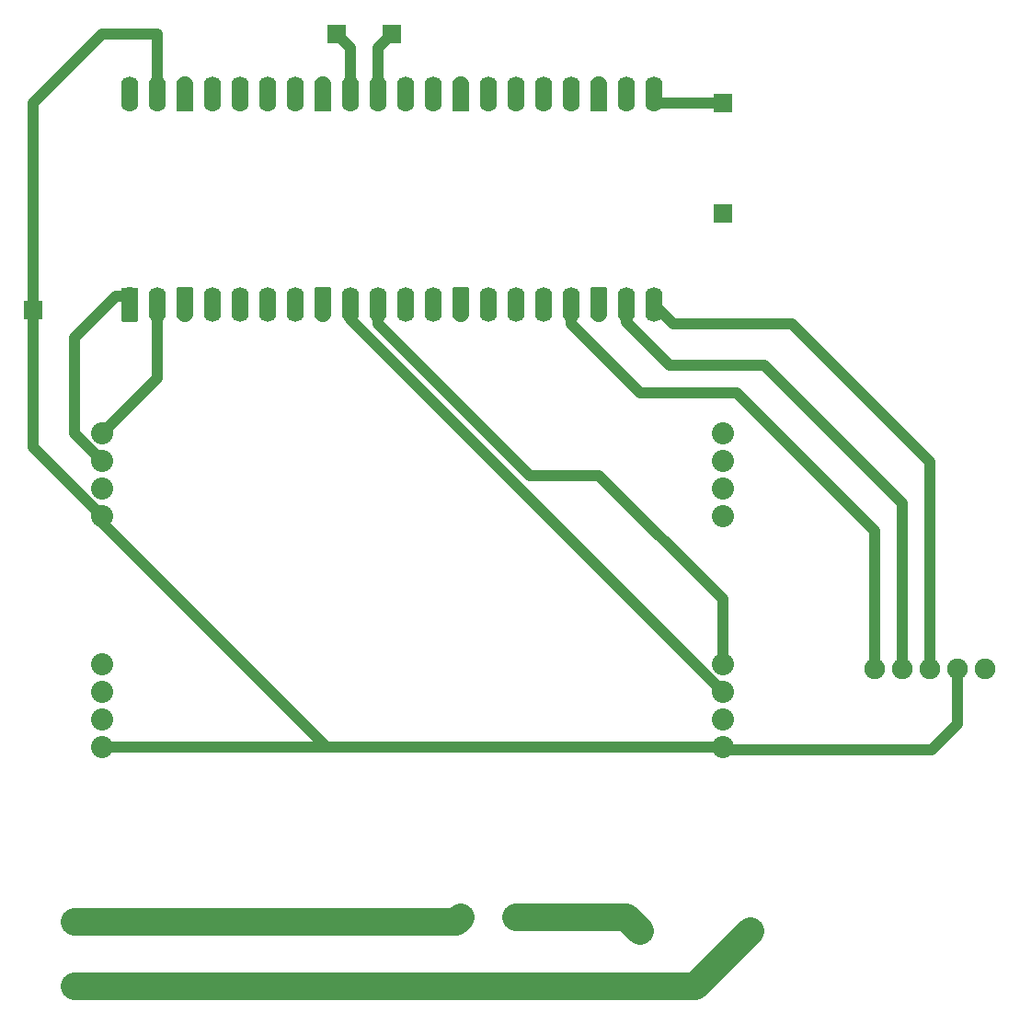
<source format=gtl>
%TF.GenerationSoftware,KiCad,Pcbnew,9.0.2*%
%TF.CreationDate,2025-06-21T00:54:49+02:00*%
%TF.ProjectId,schaltung_labor_netzteil_display,73636861-6c74-4756-9e67-5f6c61626f72,rev?*%
%TF.SameCoordinates,Original*%
%TF.FileFunction,Copper,L1,Top*%
%TF.FilePolarity,Positive*%
%FSLAX46Y46*%
G04 Gerber Fmt 4.6, Leading zero omitted, Abs format (unit mm)*
G04 Created by KiCad (PCBNEW 9.0.2) date 2025-06-21 00:54:49*
%MOMM*%
%LPD*%
G01*
G04 APERTURE LIST*
G04 Aperture macros list*
%AMRoundRect*
0 Rectangle with rounded corners*
0 $1 Rounding radius*
0 $2 $3 $4 $5 $6 $7 $8 $9 X,Y pos of 4 corners*
0 Add a 4 corners polygon primitive as box body*
4,1,4,$2,$3,$4,$5,$6,$7,$8,$9,$2,$3,0*
0 Add four circle primitives for the rounded corners*
1,1,$1+$1,$2,$3*
1,1,$1+$1,$4,$5*
1,1,$1+$1,$6,$7*
1,1,$1+$1,$8,$9*
0 Add four rect primitives between the rounded corners*
20,1,$1+$1,$2,$3,$4,$5,0*
20,1,$1+$1,$4,$5,$6,$7,0*
20,1,$1+$1,$6,$7,$8,$9,0*
20,1,$1+$1,$8,$9,$2,$3,0*%
%AMFreePoly0*
4,1,37,0.800000,0.796148,0.878414,0.796148,1.032228,0.765552,1.177117,0.705537,1.307515,0.618408,1.418408,0.507515,1.505537,0.377117,1.565552,0.232228,1.596148,0.078414,1.596148,-0.078414,1.565552,-0.232228,1.505537,-0.377117,1.418408,-0.507515,1.307515,-0.618408,1.177117,-0.705537,1.032228,-0.765552,0.878414,-0.796148,0.800000,-0.796148,0.800000,-0.800000,-1.400000,-0.800000,
-1.403843,-0.796157,-1.439018,-0.796157,-1.511114,-0.766294,-1.566294,-0.711114,-1.596157,-0.639018,-1.596157,-0.603843,-1.600000,-0.600000,-1.600000,0.600000,-1.596157,0.603843,-1.596157,0.639018,-1.566294,0.711114,-1.511114,0.766294,-1.439018,0.796157,-1.403843,0.796157,-1.400000,0.800000,0.800000,0.800000,0.800000,0.796148,0.800000,0.796148,$1*%
%AMFreePoly1*
4,1,37,1.403843,0.796157,1.439018,0.796157,1.511114,0.766294,1.566294,0.711114,1.596157,0.639018,1.596157,0.603843,1.600000,0.600000,1.600000,-0.600000,1.596157,-0.603843,1.596157,-0.639018,1.566294,-0.711114,1.511114,-0.766294,1.439018,-0.796157,1.403843,-0.796157,1.400000,-0.800000,-0.800000,-0.800000,-0.800000,-0.796148,-0.878414,-0.796148,-1.032228,-0.765552,-1.177117,-0.705537,
-1.307515,-0.618408,-1.418408,-0.507515,-1.505537,-0.377117,-1.565552,-0.232228,-1.596148,-0.078414,-1.596148,0.078414,-1.565552,0.232228,-1.505537,0.377117,-1.418408,0.507515,-1.307515,0.618408,-1.177117,0.705537,-1.032228,0.765552,-0.878414,0.796148,-0.800000,0.796148,-0.800000,0.800000,1.400000,0.800000,1.403843,0.796157,1.403843,0.796157,$1*%
%AMFreePoly2*
4,1,37,0.603843,0.796157,0.639018,0.796157,0.711114,0.766294,0.766294,0.711114,0.796157,0.639018,0.796157,0.603843,0.800000,0.600000,0.800000,-0.600000,0.796157,-0.603843,0.796157,-0.639018,0.766294,-0.711114,0.711114,-0.766294,0.639018,-0.796157,0.603843,-0.796157,0.600000,-0.800000,0.000000,-0.800000,0.000000,-0.796148,-0.078414,-0.796148,-0.232228,-0.765552,-0.377117,-0.705537,
-0.507515,-0.618408,-0.618408,-0.507515,-0.705537,-0.377117,-0.765552,-0.232228,-0.796148,-0.078414,-0.796148,0.078414,-0.765552,0.232228,-0.705537,0.377117,-0.618408,0.507515,-0.507515,0.618408,-0.377117,0.705537,-0.232228,0.765552,-0.078414,0.796148,0.000000,0.796148,0.000000,0.800000,0.600000,0.800000,0.603843,0.796157,0.603843,0.796157,$1*%
%AMFreePoly3*
4,1,37,0.000000,0.796148,0.078414,0.796148,0.232228,0.765552,0.377117,0.705537,0.507515,0.618408,0.618408,0.507515,0.705537,0.377117,0.765552,0.232228,0.796148,0.078414,0.796148,-0.078414,0.765552,-0.232228,0.705537,-0.377117,0.618408,-0.507515,0.507515,-0.618408,0.377117,-0.705537,0.232228,-0.765552,0.078414,-0.796148,0.000000,-0.796148,0.000000,-0.800000,-0.600000,-0.800000,
-0.603843,-0.796157,-0.639018,-0.796157,-0.711114,-0.766294,-0.766294,-0.711114,-0.796157,-0.639018,-0.796157,-0.603843,-0.800000,-0.600000,-0.800000,0.600000,-0.796157,0.603843,-0.796157,0.639018,-0.766294,0.711114,-0.711114,0.766294,-0.639018,0.796157,-0.603843,0.796157,-0.600000,0.800000,0.000000,0.800000,0.000000,0.796148,0.000000,0.796148,$1*%
G04 Aperture macros list end*
%TA.AperFunction,ComponentPad*%
%ADD10R,1.700000X1.700000*%
%TD*%
%TA.AperFunction,ComponentPad*%
%ADD11C,2.032000*%
%TD*%
%TA.AperFunction,ComponentPad*%
%ADD12C,1.900000*%
%TD*%
%TA.AperFunction,SMDPad,CuDef*%
%ADD13FreePoly0,90.000000*%
%TD*%
%TA.AperFunction,ComponentPad*%
%ADD14RoundRect,0.200000X0.600000X-0.600000X0.600000X0.600000X-0.600000X0.600000X-0.600000X-0.600000X0*%
%TD*%
%TA.AperFunction,SMDPad,CuDef*%
%ADD15RoundRect,0.800000X0.000010X-0.800000X0.000010X0.800000X-0.000010X0.800000X-0.000010X-0.800000X0*%
%TD*%
%TA.AperFunction,ComponentPad*%
%ADD16C,1.600000*%
%TD*%
%TA.AperFunction,SMDPad,CuDef*%
%ADD17FreePoly1,90.000000*%
%TD*%
%TA.AperFunction,ComponentPad*%
%ADD18FreePoly2,90.000000*%
%TD*%
%TA.AperFunction,ComponentPad*%
%ADD19FreePoly3,90.000000*%
%TD*%
%TA.AperFunction,Conductor*%
%ADD20C,1.000000*%
%TD*%
%TA.AperFunction,Conductor*%
%ADD21C,2.500000*%
%TD*%
G04 APERTURE END LIST*
D10*
%TO.P,J11,1,Pin_1*%
%TO.N,Net-(J11-Pin_1)*%
X223520000Y-104140000D03*
%TD*%
D11*
%TO.P,U2,1,CLK*%
%TO.N,Net-(A1-GPIO7)*%
X185374440Y-80875320D03*
X242524440Y-80875320D03*
%TO.P,U2,2,DIO*%
%TO.N,Net-(A1-GPIO6)*%
X185374440Y-83415320D03*
X242524440Y-83415320D03*
%TO.P,U2,3,GND*%
%TO.N,GND*%
X185374440Y-85955320D03*
X242524440Y-85955320D03*
%TO.P,U2,4,5V*%
%TO.N,Net-(A1-VSYS)*%
X185374440Y-88495320D03*
X242524440Y-88495320D03*
%TD*%
D10*
%TO.P,J9,1,Pin_1*%
%TO.N,Net-(A1-GPIO27_ADC1)*%
X207010000Y-22860000D03*
%TD*%
%TO.P,J7,1,Pin_1*%
%TO.N,Net-(A1-GPIO16)*%
X242570000Y-29210000D03*
%TD*%
D11*
%TO.P,U1,1,CLK*%
%TO.N,Net-(A1-GPIO1)*%
X185420000Y-59660000D03*
X242570000Y-59660000D03*
%TO.P,U1,2,DIO*%
%TO.N,Net-(A1-GPIO0)*%
X185420000Y-62200000D03*
X242570000Y-62200000D03*
%TO.P,U1,3,GND*%
%TO.N,GND*%
X185420000Y-64740000D03*
X242570000Y-64740000D03*
%TO.P,U1,4,5V*%
%TO.N,Net-(A1-VSYS)*%
X185420000Y-67280000D03*
X242570000Y-67280000D03*
%TD*%
D10*
%TO.P,J8,1,Pin_1*%
%TO.N,Net-(A1-GPIO26_ADC0)*%
X212090000Y-22860000D03*
%TD*%
%TO.P,J2,1,Pin_1*%
%TO.N,Net-(J2-Pin_1)*%
X182880000Y-110490000D03*
%TD*%
D12*
%TO.P,U3,1,CLK*%
%TO.N,Net-(A1-GPIO13)*%
X256540000Y-81280000D03*
%TO.P,U3,2,DT*%
%TO.N,Net-(A1-GPIO14)*%
X259080000Y-81280000D03*
%TO.P,U3,3,SW*%
%TO.N,Net-(A1-GPIO15)*%
X261620000Y-81280000D03*
%TO.P,U3,4,+*%
%TO.N,Net-(A1-VSYS)*%
X264160000Y-81280000D03*
%TO.P,U3,5,GND*%
%TO.N,GND*%
X266700000Y-81280000D03*
%TD*%
D10*
%TO.P,J4,1,Pin_1*%
%TO.N,Net-(J2-Pin_1)*%
X245110000Y-105410000D03*
%TD*%
%TO.P,J3,1,Pin_1*%
%TO.N,Net-(J11-Pin_1)*%
X234950000Y-105410000D03*
%TD*%
%TO.P,J5,1,Pin_1*%
%TO.N,Net-(A1-VSYS)*%
X179070000Y-48260000D03*
%TD*%
D13*
%TO.P,A1,1,GPIO0*%
%TO.N,Net-(A1-GPIO0)*%
X187960000Y-47790000D03*
D14*
X187960000Y-46990000D03*
D15*
%TO.P,A1,2,GPIO1*%
%TO.N,Net-(A1-GPIO1)*%
X190500000Y-47790000D03*
D16*
X190500000Y-46990000D03*
D17*
%TO.P,A1,3,GND*%
%TO.N,GND*%
X193040000Y-47790000D03*
D18*
X193040000Y-46990000D03*
D15*
%TO.P,A1,4,GPIO2*%
%TO.N,unconnected-(A1-GPIO2-Pad4)*%
X195580000Y-47790000D03*
D16*
X195580000Y-46990000D03*
D15*
%TO.P,A1,5,GPIO3*%
%TO.N,unconnected-(A1-GPIO3-Pad5)*%
X198120000Y-47790000D03*
D16*
X198120000Y-46990000D03*
D15*
%TO.P,A1,6,GPIO4*%
%TO.N,unconnected-(A1-GPIO4-Pad6)*%
X200660000Y-47790000D03*
D16*
X200660000Y-46990000D03*
D15*
%TO.P,A1,7,GPIO5*%
%TO.N,unconnected-(A1-GPIO5-Pad7)*%
X203200000Y-47790000D03*
D16*
X203200000Y-46990000D03*
D17*
%TO.P,A1,8,GND*%
%TO.N,GND*%
X205740000Y-47790000D03*
D18*
X205740000Y-46990000D03*
D15*
%TO.P,A1,9,GPIO6*%
%TO.N,Net-(A1-GPIO6)*%
X208280000Y-47790000D03*
D16*
X208280000Y-46990000D03*
D15*
%TO.P,A1,10,GPIO7*%
%TO.N,Net-(A1-GPIO7)*%
X210820000Y-47790000D03*
D16*
X210820000Y-46990000D03*
D15*
%TO.P,A1,11,GPIO8*%
%TO.N,unconnected-(A1-GPIO8-Pad11)*%
X213360000Y-47790000D03*
D16*
X213360000Y-46990000D03*
D15*
%TO.P,A1,12,GPIO9*%
%TO.N,unconnected-(A1-GPIO9-Pad12)*%
X215900000Y-47790000D03*
D16*
X215900000Y-46990000D03*
D17*
%TO.P,A1,13,GND*%
%TO.N,GND*%
X218440000Y-47790000D03*
D18*
X218440000Y-46990000D03*
D15*
%TO.P,A1,14,GPIO10*%
%TO.N,unconnected-(A1-GPIO10-Pad14)*%
X220980000Y-47790000D03*
D16*
X220980000Y-46990000D03*
D15*
%TO.P,A1,15,GPIO11*%
%TO.N,unconnected-(A1-GPIO11-Pad15)*%
X223520000Y-47790000D03*
D16*
X223520000Y-46990000D03*
D15*
%TO.P,A1,16,GPIO12*%
%TO.N,unconnected-(A1-GPIO12-Pad16)*%
X226060000Y-47790000D03*
D16*
X226060000Y-46990000D03*
D15*
%TO.P,A1,17,GPIO13*%
%TO.N,Net-(A1-GPIO13)*%
X228600000Y-47790000D03*
D16*
X228600000Y-46990000D03*
D17*
%TO.P,A1,18,GND*%
%TO.N,GND*%
X231140000Y-47790000D03*
D18*
X231140000Y-46990000D03*
D15*
%TO.P,A1,19,GPIO14*%
%TO.N,Net-(A1-GPIO14)*%
X233680000Y-47790000D03*
D16*
X233680000Y-46990000D03*
D15*
%TO.P,A1,20,GPIO15*%
%TO.N,Net-(A1-GPIO15)*%
X236220000Y-47790000D03*
D16*
X236220000Y-46990000D03*
%TO.P,A1,21,GPIO16*%
%TO.N,Net-(A1-GPIO16)*%
X236220000Y-29210000D03*
D15*
X236220000Y-28410000D03*
D16*
%TO.P,A1,22,GPIO17*%
%TO.N,unconnected-(A1-GPIO17-Pad22)*%
X233680000Y-29210000D03*
D15*
X233680000Y-28410000D03*
D19*
%TO.P,A1,23,GND*%
%TO.N,GND*%
X231140000Y-29210000D03*
D13*
X231140000Y-28410000D03*
D16*
%TO.P,A1,24,GPIO18*%
%TO.N,unconnected-(A1-GPIO18-Pad24)*%
X228600000Y-29210000D03*
D15*
X228600000Y-28410000D03*
D16*
%TO.P,A1,25,GPIO19*%
%TO.N,unconnected-(A1-GPIO19-Pad25)*%
X226060000Y-29210000D03*
D15*
X226060000Y-28410000D03*
D16*
%TO.P,A1,26,GPIO20*%
%TO.N,unconnected-(A1-GPIO20-Pad26)*%
X223520000Y-29210000D03*
D15*
X223520000Y-28410000D03*
D16*
%TO.P,A1,27,GPIO21*%
%TO.N,unconnected-(A1-GPIO21-Pad27)*%
X220980000Y-29210000D03*
D15*
X220980000Y-28410000D03*
D19*
%TO.P,A1,28,GND*%
%TO.N,GND*%
X218440000Y-29210000D03*
D13*
X218440000Y-28410000D03*
D16*
%TO.P,A1,29,GPIO22*%
%TO.N,unconnected-(A1-GPIO22-Pad29)*%
X215900000Y-29210000D03*
D15*
X215900000Y-28410000D03*
D16*
%TO.P,A1,30,RUN*%
%TO.N,unconnected-(A1-RUN-Pad30)*%
X213360000Y-29210000D03*
D15*
X213360000Y-28410000D03*
D16*
%TO.P,A1,31,GPIO26_ADC0*%
%TO.N,Net-(A1-GPIO26_ADC0)*%
X210820000Y-29210000D03*
D15*
X210820000Y-28410000D03*
D16*
%TO.P,A1,32,GPIO27_ADC1*%
%TO.N,Net-(A1-GPIO27_ADC1)*%
X208280000Y-29210000D03*
D15*
X208280000Y-28410000D03*
D19*
%TO.P,A1,33,AGND*%
%TO.N,GND*%
X205740000Y-29210000D03*
D13*
X205740000Y-28410000D03*
D16*
%TO.P,A1,34,GPIO28_ADC2*%
%TO.N,unconnected-(A1-GPIO28_ADC2-Pad34)*%
X203200000Y-29210000D03*
D15*
X203200000Y-28410000D03*
D16*
%TO.P,A1,35,ADC_VREF*%
%TO.N,unconnected-(A1-ADC_VREF-Pad35)*%
X200660000Y-29210000D03*
D15*
X200660000Y-28410000D03*
D16*
%TO.P,A1,36,3V3*%
%TO.N,unconnected-(A1-3V3-Pad36)*%
X198120000Y-29210000D03*
D15*
X198120000Y-28410000D03*
D16*
%TO.P,A1,37,3V3_EN*%
%TO.N,unconnected-(A1-3V3_EN-Pad37)*%
X195580000Y-29210000D03*
D15*
X195580000Y-28410000D03*
D19*
%TO.P,A1,38,GND*%
%TO.N,GND*%
X193040000Y-29210000D03*
D13*
X193040000Y-28410000D03*
D16*
%TO.P,A1,39,VSYS*%
%TO.N,Net-(A1-VSYS)*%
X190500000Y-29210000D03*
D15*
X190500000Y-28410000D03*
D16*
%TO.P,A1,40,VBUS*%
%TO.N,unconnected-(A1-VBUS-Pad40)*%
X187960000Y-29210000D03*
D15*
X187960000Y-28410000D03*
%TD*%
D10*
%TO.P,J6,1,Pin_1*%
%TO.N,GND*%
X242570000Y-39370000D03*
%TD*%
%TO.P,J10,1,Pin_1*%
%TO.N,Net-(J1-Pin_1)*%
X218440000Y-104140000D03*
%TD*%
%TO.P,J1,1,Pin_1*%
%TO.N,Net-(J1-Pin_1)*%
X182880000Y-104620000D03*
%TD*%
D20*
%TO.N,Net-(A1-GPIO6)*%
X208280000Y-49170880D02*
X208280000Y-47790000D01*
X208280000Y-49170880D02*
X242524440Y-83415320D01*
%TO.N,Net-(A1-GPIO0)*%
X185420000Y-62200000D02*
X182880000Y-59660000D01*
X182880000Y-59660000D02*
X182880000Y-50800000D01*
X186690000Y-46990000D02*
X187960000Y-46990000D01*
X182880000Y-50800000D02*
X186690000Y-46990000D01*
%TO.N,Net-(A1-GPIO15)*%
X248920000Y-49530000D02*
X237960000Y-49530000D01*
X261620000Y-62230000D02*
X248920000Y-49530000D01*
X237960000Y-49530000D02*
X236220000Y-47790000D01*
X261620000Y-81280000D02*
X261620000Y-62230000D01*
%TO.N,Net-(A1-GPIO14)*%
X259080000Y-66040000D02*
X246380000Y-53340000D01*
X237630000Y-53340000D02*
X233680000Y-49390000D01*
X246380000Y-53340000D02*
X237630000Y-53340000D01*
X259080000Y-81280000D02*
X259080000Y-66040000D01*
X233680000Y-49390000D02*
X233680000Y-47790000D01*
%TO.N,Net-(A1-GPIO7)*%
X242524440Y-74884440D02*
X231140000Y-63500000D01*
X210820000Y-49530000D02*
X210820000Y-47790000D01*
X242524440Y-80875320D02*
X242524440Y-74884440D01*
X231140000Y-63500000D02*
X224790000Y-63500000D01*
X224790000Y-63500000D02*
X210820000Y-49530000D01*
%TO.N,Net-(A1-VSYS)*%
X261725000Y-88795000D02*
X264160000Y-86360000D01*
X185420000Y-67850880D02*
X206064440Y-88495320D01*
X243395000Y-88795000D02*
X261725000Y-88795000D01*
X179070000Y-48260000D02*
X179070000Y-29210000D01*
X185420000Y-22860000D02*
X190500000Y-22860000D01*
X179070000Y-29210000D02*
X185420000Y-22860000D01*
X185420000Y-67280000D02*
X185420000Y-67850880D01*
X185374440Y-88495320D02*
X206064440Y-88495320D01*
X190500000Y-22860000D02*
X190500000Y-28410000D01*
X242524440Y-88495320D02*
X206064440Y-88495320D01*
X185420000Y-67280000D02*
X179070000Y-60930000D01*
X179070000Y-60930000D02*
X179070000Y-48260000D01*
X264160000Y-86360000D02*
X264160000Y-81280000D01*
%TO.N,Net-(A1-GPIO16)*%
X242570000Y-29210000D02*
X236220000Y-29210000D01*
%TO.N,Net-(A1-GPIO26_ADC0)*%
X210820000Y-24130000D02*
X210820000Y-28410000D01*
X212090000Y-22860000D02*
X210820000Y-24130000D01*
%TO.N,Net-(A1-GPIO27_ADC1)*%
X208280000Y-24130000D02*
X208280000Y-28410000D01*
X207010000Y-22860000D02*
X208280000Y-24130000D01*
%TO.N,Net-(A1-GPIO1)*%
X185420000Y-59660000D02*
X190500000Y-54580000D01*
X190500000Y-54580000D02*
X190500000Y-47790000D01*
%TO.N,Net-(A1-GPIO13)*%
X228600000Y-49530000D02*
X228600000Y-47790000D01*
X256540000Y-81280000D02*
X256540000Y-68580000D01*
X234950000Y-55880000D02*
X228600000Y-49530000D01*
X243840000Y-55880000D02*
X234950000Y-55880000D01*
X256540000Y-68580000D02*
X243840000Y-55880000D01*
D21*
%TO.N,Net-(J1-Pin_1)*%
X182880000Y-104620000D02*
X217960000Y-104620000D01*
X217960000Y-104620000D02*
X218440000Y-104140000D01*
%TO.N,Net-(J2-Pin_1)*%
X240030000Y-110490000D02*
X182880000Y-110490000D01*
X245110000Y-105410000D02*
X240030000Y-110490000D01*
%TO.N,Net-(J11-Pin_1)*%
X223520000Y-104140000D02*
X233680000Y-104140000D01*
X233680000Y-104140000D02*
X234950000Y-105410000D01*
%TD*%
M02*

</source>
